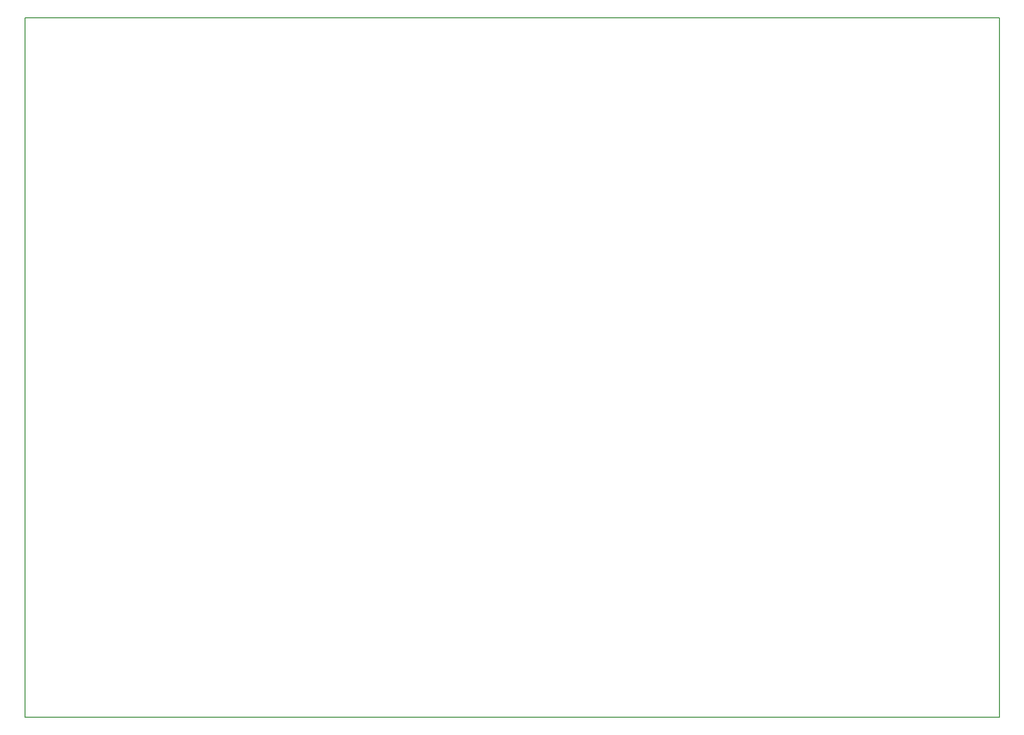
<source format=gbr>
G04 #@! TF.FileFunction,Profile,NP*
%FSLAX46Y46*%
G04 Gerber Fmt 4.6, Leading zero omitted, Abs format (unit mm)*
G04 Created by KiCad (PCBNEW (2014-12-04 BZR 5312)-product) date 4/25/2015 12:46:18 PM*
%MOMM*%
G01*
G04 APERTURE LIST*
%ADD10C,0.100000*%
%ADD11C,0.150000*%
G04 APERTURE END LIST*
D10*
D11*
X46037500Y-155892500D02*
X217487500Y-155892500D01*
X46037500Y-32702500D02*
X46037500Y-155892500D01*
X217487500Y-32702500D02*
X46037500Y-32702500D01*
X217487500Y-155892500D02*
X217487500Y-32702500D01*
M02*

</source>
